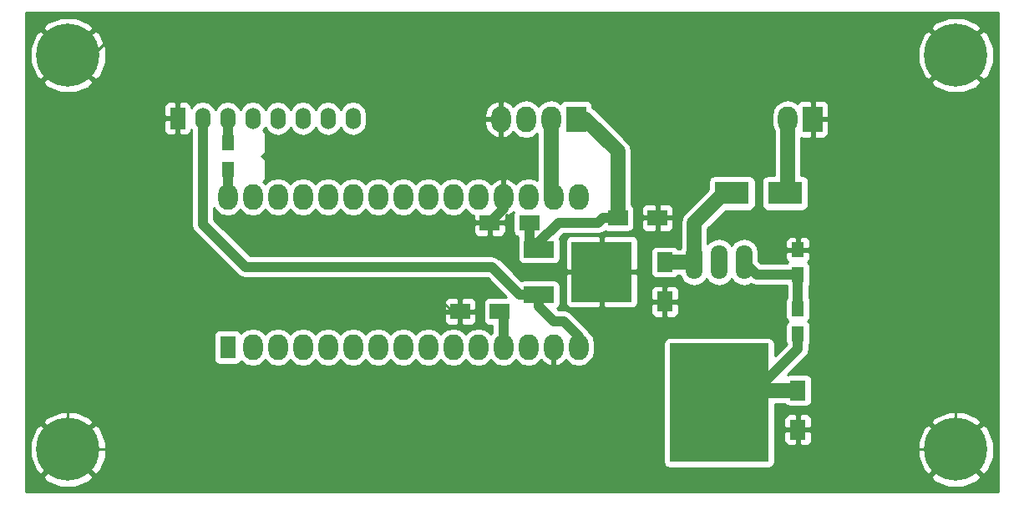
<source format=gbl>
G04 #@! TF.FileFunction,Copper,L2,Bot,Signal*
%FSLAX46Y46*%
G04 Gerber Fmt 4.6, Leading zero omitted, Abs format (unit mm)*
G04 Created by KiCad (PCBNEW 4.0.6) date 07/16/17 12:25:55*
%MOMM*%
%LPD*%
G01*
G04 APERTURE LIST*
%ADD10C,0.100000*%
%ADD11O,1.699260X3.500120*%
%ADD12R,10.000000X12.000000*%
%ADD13R,1.600000X2.000000*%
%ADD14R,2.000000X1.600000*%
%ADD15R,1.250000X1.500000*%
%ADD16R,3.048000X1.651000*%
%ADD17R,6.096000X6.096000*%
%ADD18R,1.574800X2.286000*%
%ADD19O,2.000000X2.600000*%
%ADD20R,3.500120X2.301240*%
%ADD21R,2.000000X2.600000*%
%ADD22C,6.400000*%
%ADD23O,1.524000X2.197100*%
%ADD24R,1.524000X2.197100*%
%ADD25R,1.300000X1.500000*%
%ADD26C,0.600000*%
%ADD27C,1.500000*%
%ADD28C,0.250000*%
%ADD29C,1.000000*%
%ADD30C,0.254000*%
G04 APERTURE END LIST*
D10*
D11*
X162000000Y-95000000D03*
X164540000Y-95000000D03*
X159460000Y-95000000D03*
D12*
X162000000Y-109264000D03*
D13*
X156500000Y-95000000D03*
X156500000Y-99000000D03*
X170000000Y-108000000D03*
X170000000Y-112000000D03*
D14*
X139750000Y-100000000D03*
X135750000Y-100000000D03*
X151750000Y-90500000D03*
X155750000Y-90500000D03*
X138750000Y-91000000D03*
X142750000Y-91000000D03*
D15*
X170000000Y-96250000D03*
X170000000Y-93750000D03*
X170000000Y-102250000D03*
X170000000Y-99750000D03*
D16*
X143750000Y-98286000D03*
D17*
X150100000Y-96000000D03*
D16*
X143750000Y-93714000D03*
D18*
X112200000Y-103620000D03*
D19*
X114740000Y-103620000D03*
X117280000Y-103620000D03*
X119820000Y-103620000D03*
X122360000Y-103620000D03*
X124900000Y-103620000D03*
X127440000Y-103620000D03*
X129980000Y-103620000D03*
X132520000Y-103620000D03*
X135060000Y-103620000D03*
X137600000Y-103620000D03*
X140140000Y-103620000D03*
X142680000Y-103620000D03*
X145220000Y-103620000D03*
X147760000Y-103620000D03*
X147760000Y-88380000D03*
X145220000Y-88380000D03*
X142680000Y-88380000D03*
X140140000Y-88380000D03*
X137600000Y-88380000D03*
X135060000Y-88380000D03*
X132520000Y-88380000D03*
X129980000Y-88380000D03*
X127440000Y-88380000D03*
X124900000Y-88380000D03*
X122360000Y-88380000D03*
X119820000Y-88380000D03*
X117280000Y-88380000D03*
X114740000Y-88380000D03*
X112200000Y-88380000D03*
D20*
X163299980Y-88000000D03*
X168700020Y-88000000D03*
D21*
X171500000Y-80500000D03*
D19*
X168960000Y-80500000D03*
D21*
X147500000Y-80500000D03*
D19*
X144960000Y-80500000D03*
X142420000Y-80500000D03*
X139880000Y-80500000D03*
D22*
X96000000Y-114000000D03*
X186000000Y-74000000D03*
X186000000Y-114000000D03*
X96000000Y-74000000D03*
D23*
X122350000Y-80423800D03*
X117270000Y-80423800D03*
X114730000Y-80423800D03*
X112190000Y-80423800D03*
X124890000Y-80423800D03*
X119810000Y-80423800D03*
D24*
X107110000Y-80423800D03*
D23*
X109650000Y-80423800D03*
D25*
X112250000Y-82900000D03*
X112250000Y-85600000D03*
D26*
X135000000Y-92500000D03*
X125000000Y-92500000D03*
X115000000Y-92500000D03*
X132500000Y-97500000D03*
X122500000Y-97500000D03*
X112500000Y-97500000D03*
X100000000Y-72500000D03*
X110000000Y-72500000D03*
X120000000Y-72500000D03*
X130000000Y-72500000D03*
X140000000Y-72500000D03*
X150000000Y-72500000D03*
X160000000Y-72500000D03*
X170000000Y-72500000D03*
X180000000Y-72500000D03*
X185000000Y-85000000D03*
X185000000Y-95000000D03*
X185000000Y-105000000D03*
X170000000Y-115000000D03*
X180000000Y-115000000D03*
X155000000Y-115000000D03*
X145000000Y-115000000D03*
X135000000Y-115000000D03*
X125000000Y-115000000D03*
X115000000Y-115000000D03*
X105000000Y-115000000D03*
X95000000Y-100000000D03*
X95000000Y-90000000D03*
X95000000Y-80000000D03*
D27*
X163299980Y-88000000D02*
X162500000Y-88000000D01*
X162500000Y-88000000D02*
X159460000Y-91040000D01*
X159460000Y-91040000D02*
X159460000Y-95000000D01*
X156500000Y-95000000D02*
X159460000Y-95000000D01*
D28*
X115000000Y-92500000D02*
X125000000Y-92500000D01*
X135750000Y-100000000D02*
X135000000Y-100000000D01*
X135000000Y-100000000D02*
X132500000Y-97500000D01*
X122500000Y-97500000D02*
X112500000Y-97500000D01*
X100000000Y-72500000D02*
X98500000Y-74000000D01*
X120000000Y-72500000D02*
X110000000Y-72500000D01*
X140000000Y-72500000D02*
X130000000Y-72500000D01*
X160000000Y-72500000D02*
X150000000Y-72500000D01*
X180000000Y-72500000D02*
X170000000Y-72500000D01*
X98500000Y-74000000D02*
X96000000Y-74000000D01*
X186000000Y-114000000D02*
X186000000Y-106000000D01*
X185000000Y-95000000D02*
X185000000Y-85000000D01*
X186000000Y-106000000D02*
X185000000Y-105000000D01*
X186000000Y-114000000D02*
X181000000Y-114000000D01*
X181000000Y-114000000D02*
X180000000Y-115000000D01*
X96000000Y-114000000D02*
X104000000Y-114000000D01*
X135000000Y-115000000D02*
X145000000Y-115000000D01*
X115000000Y-115000000D02*
X125000000Y-115000000D01*
X104000000Y-114000000D02*
X105000000Y-115000000D01*
X96000000Y-101000000D02*
X96000000Y-114000000D01*
X95000000Y-100000000D02*
X96000000Y-101000000D01*
X95000000Y-80000000D02*
X95000000Y-90000000D01*
D29*
X140140000Y-88380000D02*
X140140000Y-89610000D01*
X140140000Y-89610000D02*
X138750000Y-91000000D01*
X140140000Y-103620000D02*
X140140000Y-100390000D01*
X140140000Y-100390000D02*
X139750000Y-100000000D01*
X170000000Y-96250000D02*
X165790000Y-96250000D01*
X165790000Y-96250000D02*
X164540000Y-95000000D01*
X170000000Y-99750000D02*
X170000000Y-96250000D01*
X143750000Y-98286000D02*
X141786000Y-98286000D01*
X109650000Y-91150000D02*
X109650000Y-80423800D01*
X114000000Y-95500000D02*
X109650000Y-91150000D01*
X139000000Y-95500000D02*
X114000000Y-95500000D01*
X141786000Y-98286000D02*
X139000000Y-95500000D01*
D27*
X170000000Y-108000000D02*
X165764000Y-108000000D01*
X165764000Y-108000000D02*
X162000000Y-111764000D01*
D29*
X170000000Y-102250000D02*
X170000000Y-103764000D01*
X170000000Y-103764000D02*
X162000000Y-111764000D01*
X147760000Y-103620000D02*
X147760000Y-102510000D01*
X147760000Y-102510000D02*
X146250000Y-101000000D01*
X146250000Y-101000000D02*
X145250000Y-101000000D01*
X145250000Y-101000000D02*
X143750000Y-99500000D01*
X143750000Y-99500000D02*
X143750000Y-98286000D01*
D27*
X151750000Y-90500000D02*
X151750000Y-83750000D01*
X151750000Y-83750000D02*
X148500000Y-80500000D01*
X148500000Y-80500000D02*
X147500000Y-80500000D01*
D29*
X151750000Y-90500000D02*
X150250000Y-90500000D01*
X150250000Y-90500000D02*
X149750000Y-91000000D01*
X142750000Y-91000000D02*
X142750000Y-92714000D01*
X142750000Y-92714000D02*
X143750000Y-93714000D01*
X143750000Y-93714000D02*
X143750000Y-93000000D01*
X143750000Y-93000000D02*
X145750000Y-91000000D01*
X145750000Y-91000000D02*
X149750000Y-91000000D01*
D27*
X168960000Y-80500000D02*
X168960000Y-87740020D01*
X168960000Y-87740020D02*
X168700020Y-88000000D01*
X144960000Y-80500000D02*
X144960000Y-88120000D01*
X144960000Y-88120000D02*
X145220000Y-88380000D01*
D29*
X112190000Y-80423800D02*
X112190000Y-82840000D01*
X112190000Y-82840000D02*
X112250000Y-82900000D01*
X112250000Y-85600000D02*
X112250000Y-88330000D01*
D30*
G36*
X190290000Y-118290000D02*
X91710000Y-118290000D01*
X91710000Y-116740910D01*
X93438695Y-116740910D01*
X93805640Y-117236343D01*
X95211171Y-117829736D01*
X96736793Y-117840087D01*
X98150246Y-117265819D01*
X98194360Y-117236343D01*
X98561305Y-116740910D01*
X183438695Y-116740910D01*
X183805640Y-117236343D01*
X185211171Y-117829736D01*
X186736793Y-117840087D01*
X188150246Y-117265819D01*
X188194360Y-117236343D01*
X188561305Y-116740910D01*
X186000000Y-114179605D01*
X183438695Y-116740910D01*
X98561305Y-116740910D01*
X96000000Y-114179605D01*
X93438695Y-116740910D01*
X91710000Y-116740910D01*
X91710000Y-114736793D01*
X92159913Y-114736793D01*
X92734181Y-116150246D01*
X92763657Y-116194360D01*
X93259090Y-116561305D01*
X95820395Y-114000000D01*
X96179605Y-114000000D01*
X98740910Y-116561305D01*
X99236343Y-116194360D01*
X99829736Y-114788829D01*
X99840087Y-113263207D01*
X99265819Y-111849754D01*
X99236343Y-111805640D01*
X98740910Y-111438695D01*
X96179605Y-114000000D01*
X95820395Y-114000000D01*
X93259090Y-111438695D01*
X92763657Y-111805640D01*
X92170264Y-113211171D01*
X92159913Y-114736793D01*
X91710000Y-114736793D01*
X91710000Y-111259090D01*
X93438695Y-111259090D01*
X96000000Y-113820395D01*
X98561305Y-111259090D01*
X98194360Y-110763657D01*
X96788829Y-110170264D01*
X95263207Y-110159913D01*
X93849754Y-110734181D01*
X93805640Y-110763657D01*
X93438695Y-111259090D01*
X91710000Y-111259090D01*
X91710000Y-100285750D01*
X134115000Y-100285750D01*
X134115000Y-100926310D01*
X134211673Y-101159699D01*
X134390302Y-101338327D01*
X134623691Y-101435000D01*
X135464250Y-101435000D01*
X135623000Y-101276250D01*
X135623000Y-100127000D01*
X135877000Y-100127000D01*
X135877000Y-101276250D01*
X136035750Y-101435000D01*
X136876309Y-101435000D01*
X137109698Y-101338327D01*
X137288327Y-101159699D01*
X137385000Y-100926310D01*
X137385000Y-100285750D01*
X137226250Y-100127000D01*
X135877000Y-100127000D01*
X135623000Y-100127000D01*
X134273750Y-100127000D01*
X134115000Y-100285750D01*
X91710000Y-100285750D01*
X91710000Y-99073690D01*
X134115000Y-99073690D01*
X134115000Y-99714250D01*
X134273750Y-99873000D01*
X135623000Y-99873000D01*
X135623000Y-98723750D01*
X135877000Y-98723750D01*
X135877000Y-99873000D01*
X137226250Y-99873000D01*
X137385000Y-99714250D01*
X137385000Y-99073690D01*
X137288327Y-98840301D01*
X137109698Y-98661673D01*
X136876309Y-98565000D01*
X136035750Y-98565000D01*
X135877000Y-98723750D01*
X135623000Y-98723750D01*
X135464250Y-98565000D01*
X134623691Y-98565000D01*
X134390302Y-98661673D01*
X134211673Y-98840301D01*
X134115000Y-99073690D01*
X91710000Y-99073690D01*
X91710000Y-80709550D01*
X105713000Y-80709550D01*
X105713000Y-81648660D01*
X105809673Y-81882049D01*
X105988302Y-82060677D01*
X106221691Y-82157350D01*
X106824250Y-82157350D01*
X106983000Y-81998600D01*
X106983000Y-80550800D01*
X105871750Y-80550800D01*
X105713000Y-80709550D01*
X91710000Y-80709550D01*
X91710000Y-79198940D01*
X105713000Y-79198940D01*
X105713000Y-80138050D01*
X105871750Y-80296800D01*
X106983000Y-80296800D01*
X106983000Y-78849000D01*
X107237000Y-78849000D01*
X107237000Y-80296800D01*
X107257000Y-80296800D01*
X107257000Y-80550800D01*
X107237000Y-80550800D01*
X107237000Y-81998600D01*
X107395750Y-82157350D01*
X107998309Y-82157350D01*
X108231698Y-82060677D01*
X108410327Y-81882049D01*
X108507000Y-81648660D01*
X108507000Y-81549909D01*
X108515000Y-81561882D01*
X108515000Y-91150000D01*
X108601397Y-91584346D01*
X108829890Y-91926310D01*
X108847434Y-91952566D01*
X113197434Y-96302566D01*
X113565654Y-96548603D01*
X114000000Y-96635000D01*
X138529868Y-96635000D01*
X140447428Y-98552560D01*
X138750000Y-98552560D01*
X138514683Y-98596838D01*
X138298559Y-98735910D01*
X138153569Y-98948110D01*
X138102560Y-99200000D01*
X138102560Y-100800000D01*
X138146838Y-101035317D01*
X138285910Y-101251441D01*
X138498110Y-101396431D01*
X138750000Y-101447440D01*
X139005000Y-101447440D01*
X139005000Y-102111859D01*
X138983880Y-102125971D01*
X138870000Y-102296405D01*
X138756120Y-102125971D01*
X138225687Y-101771548D01*
X137600000Y-101647091D01*
X136974313Y-101771548D01*
X136443880Y-102125971D01*
X136330000Y-102296405D01*
X136216120Y-102125971D01*
X135685687Y-101771548D01*
X135060000Y-101647091D01*
X134434313Y-101771548D01*
X133903880Y-102125971D01*
X133790000Y-102296405D01*
X133676120Y-102125971D01*
X133145687Y-101771548D01*
X132520000Y-101647091D01*
X131894313Y-101771548D01*
X131363880Y-102125971D01*
X131250000Y-102296405D01*
X131136120Y-102125971D01*
X130605687Y-101771548D01*
X129980000Y-101647091D01*
X129354313Y-101771548D01*
X128823880Y-102125971D01*
X128710000Y-102296405D01*
X128596120Y-102125971D01*
X128065687Y-101771548D01*
X127440000Y-101647091D01*
X126814313Y-101771548D01*
X126283880Y-102125971D01*
X126170000Y-102296405D01*
X126056120Y-102125971D01*
X125525687Y-101771548D01*
X124900000Y-101647091D01*
X124274313Y-101771548D01*
X123743880Y-102125971D01*
X123630000Y-102296405D01*
X123516120Y-102125971D01*
X122985687Y-101771548D01*
X122360000Y-101647091D01*
X121734313Y-101771548D01*
X121203880Y-102125971D01*
X121090000Y-102296405D01*
X120976120Y-102125971D01*
X120445687Y-101771548D01*
X119820000Y-101647091D01*
X119194313Y-101771548D01*
X118663880Y-102125971D01*
X118550000Y-102296405D01*
X118436120Y-102125971D01*
X117905687Y-101771548D01*
X117280000Y-101647091D01*
X116654313Y-101771548D01*
X116123880Y-102125971D01*
X116010000Y-102296405D01*
X115896120Y-102125971D01*
X115365687Y-101771548D01*
X114740000Y-101647091D01*
X114114313Y-101771548D01*
X113583880Y-102125971D01*
X113549354Y-102177643D01*
X113451490Y-102025559D01*
X113239290Y-101880569D01*
X112987400Y-101829560D01*
X111412600Y-101829560D01*
X111177283Y-101873838D01*
X110961159Y-102012910D01*
X110816169Y-102225110D01*
X110765160Y-102477000D01*
X110765160Y-104763000D01*
X110809438Y-104998317D01*
X110948510Y-105214441D01*
X111160710Y-105359431D01*
X111412600Y-105410440D01*
X112987400Y-105410440D01*
X113222717Y-105366162D01*
X113438841Y-105227090D01*
X113550365Y-105063870D01*
X113583880Y-105114029D01*
X114114313Y-105468452D01*
X114740000Y-105592909D01*
X115365687Y-105468452D01*
X115896120Y-105114029D01*
X116010000Y-104943595D01*
X116123880Y-105114029D01*
X116654313Y-105468452D01*
X117280000Y-105592909D01*
X117905687Y-105468452D01*
X118436120Y-105114029D01*
X118550000Y-104943595D01*
X118663880Y-105114029D01*
X119194313Y-105468452D01*
X119820000Y-105592909D01*
X120445687Y-105468452D01*
X120976120Y-105114029D01*
X121090000Y-104943595D01*
X121203880Y-105114029D01*
X121734313Y-105468452D01*
X122360000Y-105592909D01*
X122985687Y-105468452D01*
X123516120Y-105114029D01*
X123630000Y-104943595D01*
X123743880Y-105114029D01*
X124274313Y-105468452D01*
X124900000Y-105592909D01*
X125525687Y-105468452D01*
X126056120Y-105114029D01*
X126170000Y-104943595D01*
X126283880Y-105114029D01*
X126814313Y-105468452D01*
X127440000Y-105592909D01*
X128065687Y-105468452D01*
X128596120Y-105114029D01*
X128710000Y-104943595D01*
X128823880Y-105114029D01*
X129354313Y-105468452D01*
X129980000Y-105592909D01*
X130605687Y-105468452D01*
X131136120Y-105114029D01*
X131250000Y-104943595D01*
X131363880Y-105114029D01*
X131894313Y-105468452D01*
X132520000Y-105592909D01*
X133145687Y-105468452D01*
X133676120Y-105114029D01*
X133790000Y-104943595D01*
X133903880Y-105114029D01*
X134434313Y-105468452D01*
X135060000Y-105592909D01*
X135685687Y-105468452D01*
X136216120Y-105114029D01*
X136330000Y-104943595D01*
X136443880Y-105114029D01*
X136974313Y-105468452D01*
X137600000Y-105592909D01*
X138225687Y-105468452D01*
X138756120Y-105114029D01*
X138870000Y-104943595D01*
X138983880Y-105114029D01*
X139514313Y-105468452D01*
X140140000Y-105592909D01*
X140765687Y-105468452D01*
X141296120Y-105114029D01*
X141410000Y-104943595D01*
X141523880Y-105114029D01*
X142054313Y-105468452D01*
X142680000Y-105592909D01*
X143305687Y-105468452D01*
X143836120Y-105114029D01*
X143963219Y-104923812D01*
X144153683Y-105165922D01*
X144711645Y-105479144D01*
X144839566Y-105510124D01*
X145093000Y-105390777D01*
X145093000Y-103747000D01*
X145073000Y-103747000D01*
X145073000Y-103493000D01*
X145093000Y-103493000D01*
X145093000Y-103473000D01*
X145347000Y-103473000D01*
X145347000Y-103493000D01*
X145367000Y-103493000D01*
X145367000Y-103747000D01*
X145347000Y-103747000D01*
X145347000Y-105390777D01*
X145600434Y-105510124D01*
X145728355Y-105479144D01*
X146286317Y-105165922D01*
X146476781Y-104923812D01*
X146603880Y-105114029D01*
X147134313Y-105468452D01*
X147760000Y-105592909D01*
X148385687Y-105468452D01*
X148916120Y-105114029D01*
X149270543Y-104583596D01*
X149395000Y-103957909D01*
X149395000Y-103282091D01*
X149270543Y-102656404D01*
X148916120Y-102125971D01*
X148782622Y-102036771D01*
X148766679Y-102012910D01*
X148562566Y-101707433D01*
X147052566Y-100197434D01*
X146757085Y-100000000D01*
X146684346Y-99951397D01*
X146250000Y-99865000D01*
X145720132Y-99865000D01*
X145546115Y-99690983D01*
X145725441Y-99575590D01*
X145870431Y-99363390D01*
X145921440Y-99111500D01*
X145921440Y-97460500D01*
X145877162Y-97225183D01*
X145738090Y-97009059D01*
X145525890Y-96864069D01*
X145274000Y-96813060D01*
X142226000Y-96813060D01*
X141990683Y-96857338D01*
X141973516Y-96868384D01*
X141390882Y-96285750D01*
X146417000Y-96285750D01*
X146417000Y-99174309D01*
X146513673Y-99407698D01*
X146692301Y-99586327D01*
X146925690Y-99683000D01*
X149814250Y-99683000D01*
X149973000Y-99524250D01*
X149973000Y-96127000D01*
X150227000Y-96127000D01*
X150227000Y-99524250D01*
X150385750Y-99683000D01*
X153274310Y-99683000D01*
X153507699Y-99586327D01*
X153686327Y-99407698D01*
X153736839Y-99285750D01*
X155065000Y-99285750D01*
X155065000Y-100126309D01*
X155161673Y-100359698D01*
X155340301Y-100538327D01*
X155573690Y-100635000D01*
X156214250Y-100635000D01*
X156373000Y-100476250D01*
X156373000Y-99127000D01*
X156627000Y-99127000D01*
X156627000Y-100476250D01*
X156785750Y-100635000D01*
X157426310Y-100635000D01*
X157659699Y-100538327D01*
X157838327Y-100359698D01*
X157935000Y-100126309D01*
X157935000Y-99285750D01*
X157776250Y-99127000D01*
X156627000Y-99127000D01*
X156373000Y-99127000D01*
X155223750Y-99127000D01*
X155065000Y-99285750D01*
X153736839Y-99285750D01*
X153783000Y-99174309D01*
X153783000Y-97873691D01*
X155065000Y-97873691D01*
X155065000Y-98714250D01*
X155223750Y-98873000D01*
X156373000Y-98873000D01*
X156373000Y-97523750D01*
X156627000Y-97523750D01*
X156627000Y-98873000D01*
X157776250Y-98873000D01*
X157935000Y-98714250D01*
X157935000Y-97873691D01*
X157838327Y-97640302D01*
X157659699Y-97461673D01*
X157426310Y-97365000D01*
X156785750Y-97365000D01*
X156627000Y-97523750D01*
X156373000Y-97523750D01*
X156214250Y-97365000D01*
X155573690Y-97365000D01*
X155340301Y-97461673D01*
X155161673Y-97640302D01*
X155065000Y-97873691D01*
X153783000Y-97873691D01*
X153783000Y-96285750D01*
X153624250Y-96127000D01*
X150227000Y-96127000D01*
X149973000Y-96127000D01*
X146575750Y-96127000D01*
X146417000Y-96285750D01*
X141390882Y-96285750D01*
X139802566Y-94697434D01*
X139696120Y-94626309D01*
X139434346Y-94451397D01*
X139000000Y-94365000D01*
X114470132Y-94365000D01*
X111390882Y-91285750D01*
X137115000Y-91285750D01*
X137115000Y-91926310D01*
X137211673Y-92159699D01*
X137390302Y-92338327D01*
X137623691Y-92435000D01*
X138464250Y-92435000D01*
X138623000Y-92276250D01*
X138623000Y-91127000D01*
X138877000Y-91127000D01*
X138877000Y-92276250D01*
X139035750Y-92435000D01*
X139876309Y-92435000D01*
X140109698Y-92338327D01*
X140288327Y-92159699D01*
X140385000Y-91926310D01*
X140385000Y-91285750D01*
X140226250Y-91127000D01*
X138877000Y-91127000D01*
X138623000Y-91127000D01*
X137273750Y-91127000D01*
X137115000Y-91285750D01*
X111390882Y-91285750D01*
X110785000Y-90679868D01*
X110785000Y-89486587D01*
X111043880Y-89874029D01*
X111574313Y-90228452D01*
X112200000Y-90352909D01*
X112825687Y-90228452D01*
X113356120Y-89874029D01*
X113470000Y-89703595D01*
X113583880Y-89874029D01*
X114114313Y-90228452D01*
X114740000Y-90352909D01*
X115365687Y-90228452D01*
X115896120Y-89874029D01*
X116010000Y-89703595D01*
X116123880Y-89874029D01*
X116654313Y-90228452D01*
X117280000Y-90352909D01*
X117905687Y-90228452D01*
X118436120Y-89874029D01*
X118550000Y-89703595D01*
X118663880Y-89874029D01*
X119194313Y-90228452D01*
X119820000Y-90352909D01*
X120445687Y-90228452D01*
X120976120Y-89874029D01*
X121090000Y-89703595D01*
X121203880Y-89874029D01*
X121734313Y-90228452D01*
X122360000Y-90352909D01*
X122985687Y-90228452D01*
X123516120Y-89874029D01*
X123630000Y-89703595D01*
X123743880Y-89874029D01*
X124274313Y-90228452D01*
X124900000Y-90352909D01*
X125525687Y-90228452D01*
X126056120Y-89874029D01*
X126170000Y-89703595D01*
X126283880Y-89874029D01*
X126814313Y-90228452D01*
X127440000Y-90352909D01*
X128065687Y-90228452D01*
X128596120Y-89874029D01*
X128710000Y-89703595D01*
X128823880Y-89874029D01*
X129354313Y-90228452D01*
X129980000Y-90352909D01*
X130605687Y-90228452D01*
X131136120Y-89874029D01*
X131250000Y-89703595D01*
X131363880Y-89874029D01*
X131894313Y-90228452D01*
X132520000Y-90352909D01*
X133145687Y-90228452D01*
X133676120Y-89874029D01*
X133790000Y-89703595D01*
X133903880Y-89874029D01*
X134434313Y-90228452D01*
X135060000Y-90352909D01*
X135685687Y-90228452D01*
X136216120Y-89874029D01*
X136330000Y-89703595D01*
X136443880Y-89874029D01*
X136974313Y-90228452D01*
X137115000Y-90256436D01*
X137115000Y-90714250D01*
X137273750Y-90873000D01*
X138623000Y-90873000D01*
X138623000Y-90853000D01*
X138877000Y-90853000D01*
X138877000Y-90873000D01*
X140226250Y-90873000D01*
X140385000Y-90714250D01*
X140385000Y-90206345D01*
X140520434Y-90270124D01*
X140648355Y-90239144D01*
X141151873Y-89956485D01*
X141102560Y-90200000D01*
X141102560Y-91800000D01*
X141146838Y-92035317D01*
X141285910Y-92251441D01*
X141498110Y-92396431D01*
X141615000Y-92420102D01*
X141615000Y-92708554D01*
X141578560Y-92888500D01*
X141578560Y-94539500D01*
X141622838Y-94774817D01*
X141761910Y-94990941D01*
X141974110Y-95135931D01*
X142226000Y-95186940D01*
X145274000Y-95186940D01*
X145509317Y-95142662D01*
X145725441Y-95003590D01*
X145870431Y-94791390D01*
X145921440Y-94539500D01*
X145921440Y-92888500D01*
X145909622Y-92825691D01*
X146417000Y-92825691D01*
X146417000Y-95714250D01*
X146575750Y-95873000D01*
X149973000Y-95873000D01*
X149973000Y-92475750D01*
X150227000Y-92475750D01*
X150227000Y-95873000D01*
X153624250Y-95873000D01*
X153783000Y-95714250D01*
X153783000Y-94000000D01*
X155052560Y-94000000D01*
X155052560Y-96000000D01*
X155096838Y-96235317D01*
X155235910Y-96451441D01*
X155448110Y-96596431D01*
X155700000Y-96647440D01*
X157300000Y-96647440D01*
X157535317Y-96603162D01*
X157751441Y-96464090D01*
X157805481Y-96385000D01*
X158062463Y-96385000D01*
X158088381Y-96515299D01*
X158410208Y-96996948D01*
X158891857Y-97318775D01*
X159460000Y-97431786D01*
X160028143Y-97318775D01*
X160509792Y-96996948D01*
X160730000Y-96667383D01*
X160950208Y-96996948D01*
X161431857Y-97318775D01*
X162000000Y-97431786D01*
X162568143Y-97318775D01*
X163049792Y-96996948D01*
X163270000Y-96667383D01*
X163490208Y-96996948D01*
X163971857Y-97318775D01*
X164540000Y-97431786D01*
X165108143Y-97318775D01*
X165246993Y-97225998D01*
X165355654Y-97298603D01*
X165790000Y-97385000D01*
X168865000Y-97385000D01*
X168865000Y-98621614D01*
X168778569Y-98748110D01*
X168727560Y-99000000D01*
X168727560Y-100500000D01*
X168771838Y-100735317D01*
X168910910Y-100951441D01*
X168980711Y-100999134D01*
X168923559Y-101035910D01*
X168778569Y-101248110D01*
X168727560Y-101500000D01*
X168727560Y-103000000D01*
X168771838Y-103235317D01*
X168831239Y-103327628D01*
X167647440Y-104511427D01*
X167647440Y-103264000D01*
X167603162Y-103028683D01*
X167464090Y-102812559D01*
X167251890Y-102667569D01*
X167000000Y-102616560D01*
X157000000Y-102616560D01*
X156764683Y-102660838D01*
X156548559Y-102799910D01*
X156403569Y-103012110D01*
X156352560Y-103264000D01*
X156352560Y-115264000D01*
X156396838Y-115499317D01*
X156535910Y-115715441D01*
X156748110Y-115860431D01*
X157000000Y-115911440D01*
X167000000Y-115911440D01*
X167235317Y-115867162D01*
X167451441Y-115728090D01*
X167596431Y-115515890D01*
X167647440Y-115264000D01*
X167647440Y-114736793D01*
X182159913Y-114736793D01*
X182734181Y-116150246D01*
X182763657Y-116194360D01*
X183259090Y-116561305D01*
X185820395Y-114000000D01*
X186179605Y-114000000D01*
X188740910Y-116561305D01*
X189236343Y-116194360D01*
X189829736Y-114788829D01*
X189840087Y-113263207D01*
X189265819Y-111849754D01*
X189236343Y-111805640D01*
X188740910Y-111438695D01*
X186179605Y-114000000D01*
X185820395Y-114000000D01*
X183259090Y-111438695D01*
X182763657Y-111805640D01*
X182170264Y-113211171D01*
X182159913Y-114736793D01*
X167647440Y-114736793D01*
X167647440Y-112285750D01*
X168565000Y-112285750D01*
X168565000Y-113126309D01*
X168661673Y-113359698D01*
X168840301Y-113538327D01*
X169073690Y-113635000D01*
X169714250Y-113635000D01*
X169873000Y-113476250D01*
X169873000Y-112127000D01*
X170127000Y-112127000D01*
X170127000Y-113476250D01*
X170285750Y-113635000D01*
X170926310Y-113635000D01*
X171159699Y-113538327D01*
X171338327Y-113359698D01*
X171435000Y-113126309D01*
X171435000Y-112285750D01*
X171276250Y-112127000D01*
X170127000Y-112127000D01*
X169873000Y-112127000D01*
X168723750Y-112127000D01*
X168565000Y-112285750D01*
X167647440Y-112285750D01*
X167647440Y-110873691D01*
X168565000Y-110873691D01*
X168565000Y-111714250D01*
X168723750Y-111873000D01*
X169873000Y-111873000D01*
X169873000Y-110523750D01*
X170127000Y-110523750D01*
X170127000Y-111873000D01*
X171276250Y-111873000D01*
X171435000Y-111714250D01*
X171435000Y-111259090D01*
X183438695Y-111259090D01*
X186000000Y-113820395D01*
X188561305Y-111259090D01*
X188194360Y-110763657D01*
X186788829Y-110170264D01*
X185263207Y-110159913D01*
X183849754Y-110734181D01*
X183805640Y-110763657D01*
X183438695Y-111259090D01*
X171435000Y-111259090D01*
X171435000Y-110873691D01*
X171338327Y-110640302D01*
X171159699Y-110461673D01*
X170926310Y-110365000D01*
X170285750Y-110365000D01*
X170127000Y-110523750D01*
X169873000Y-110523750D01*
X169714250Y-110365000D01*
X169073690Y-110365000D01*
X168840301Y-110461673D01*
X168661673Y-110640302D01*
X168565000Y-110873691D01*
X167647440Y-110873691D01*
X167647440Y-109385000D01*
X168693156Y-109385000D01*
X168735910Y-109451441D01*
X168948110Y-109596431D01*
X169200000Y-109647440D01*
X170800000Y-109647440D01*
X171035317Y-109603162D01*
X171251441Y-109464090D01*
X171396431Y-109251890D01*
X171447440Y-109000000D01*
X171447440Y-107000000D01*
X171403162Y-106764683D01*
X171264090Y-106548559D01*
X171051890Y-106403569D01*
X170800000Y-106352560D01*
X169200000Y-106352560D01*
X168974059Y-106395074D01*
X170802566Y-104566567D01*
X171048603Y-104198346D01*
X171077246Y-104054346D01*
X171135000Y-103764000D01*
X171135000Y-103378386D01*
X171221431Y-103251890D01*
X171272440Y-103000000D01*
X171272440Y-101500000D01*
X171228162Y-101264683D01*
X171089090Y-101048559D01*
X171019289Y-101000866D01*
X171076441Y-100964090D01*
X171221431Y-100751890D01*
X171272440Y-100500000D01*
X171272440Y-99000000D01*
X171228162Y-98764683D01*
X171135000Y-98619905D01*
X171135000Y-97378386D01*
X171221431Y-97251890D01*
X171272440Y-97000000D01*
X171272440Y-95500000D01*
X171228162Y-95264683D01*
X171089090Y-95048559D01*
X171020994Y-95002031D01*
X171163327Y-94859698D01*
X171260000Y-94626309D01*
X171260000Y-94035750D01*
X171101250Y-93877000D01*
X170127000Y-93877000D01*
X170127000Y-93897000D01*
X169873000Y-93897000D01*
X169873000Y-93877000D01*
X168898750Y-93877000D01*
X168740000Y-94035750D01*
X168740000Y-94626309D01*
X168836673Y-94859698D01*
X168977910Y-95000936D01*
X168923559Y-95035910D01*
X168869519Y-95115000D01*
X166260132Y-95115000D01*
X166024630Y-94879498D01*
X166024630Y-94052844D01*
X165911619Y-93484701D01*
X165589792Y-93003052D01*
X165396190Y-92873691D01*
X168740000Y-92873691D01*
X168740000Y-93464250D01*
X168898750Y-93623000D01*
X169873000Y-93623000D01*
X169873000Y-92523750D01*
X170127000Y-92523750D01*
X170127000Y-93623000D01*
X171101250Y-93623000D01*
X171260000Y-93464250D01*
X171260000Y-92873691D01*
X171163327Y-92640302D01*
X170984699Y-92461673D01*
X170751310Y-92365000D01*
X170285750Y-92365000D01*
X170127000Y-92523750D01*
X169873000Y-92523750D01*
X169714250Y-92365000D01*
X169248690Y-92365000D01*
X169015301Y-92461673D01*
X168836673Y-92640302D01*
X168740000Y-92873691D01*
X165396190Y-92873691D01*
X165108143Y-92681225D01*
X164540000Y-92568214D01*
X163971857Y-92681225D01*
X163490208Y-93003052D01*
X163270000Y-93332617D01*
X163049792Y-93003052D01*
X162568143Y-92681225D01*
X162000000Y-92568214D01*
X161431857Y-92681225D01*
X160950208Y-93003052D01*
X160845000Y-93160507D01*
X160845000Y-91613686D01*
X162660626Y-89798060D01*
X165050040Y-89798060D01*
X165285357Y-89753782D01*
X165501481Y-89614710D01*
X165646471Y-89402510D01*
X165697480Y-89150620D01*
X165697480Y-86849380D01*
X166302520Y-86849380D01*
X166302520Y-89150620D01*
X166346798Y-89385937D01*
X166485870Y-89602061D01*
X166698070Y-89747051D01*
X166949960Y-89798060D01*
X170450080Y-89798060D01*
X170685397Y-89753782D01*
X170901521Y-89614710D01*
X171046511Y-89402510D01*
X171097520Y-89150620D01*
X171097520Y-86849380D01*
X171053242Y-86614063D01*
X170914170Y-86397939D01*
X170701970Y-86252949D01*
X170450080Y-86201940D01*
X170345000Y-86201940D01*
X170345000Y-82423116D01*
X170373691Y-82435000D01*
X171214250Y-82435000D01*
X171373000Y-82276250D01*
X171373000Y-80627000D01*
X171627000Y-80627000D01*
X171627000Y-82276250D01*
X171785750Y-82435000D01*
X172626309Y-82435000D01*
X172859698Y-82338327D01*
X173038327Y-82159699D01*
X173135000Y-81926310D01*
X173135000Y-80785750D01*
X172976250Y-80627000D01*
X171627000Y-80627000D01*
X171373000Y-80627000D01*
X171353000Y-80627000D01*
X171353000Y-80373000D01*
X171373000Y-80373000D01*
X171373000Y-78723750D01*
X171627000Y-78723750D01*
X171627000Y-80373000D01*
X172976250Y-80373000D01*
X173135000Y-80214250D01*
X173135000Y-79073690D01*
X173038327Y-78840301D01*
X172859698Y-78661673D01*
X172626309Y-78565000D01*
X171785750Y-78565000D01*
X171627000Y-78723750D01*
X171373000Y-78723750D01*
X171214250Y-78565000D01*
X170373691Y-78565000D01*
X170140302Y-78661673D01*
X169961673Y-78840301D01*
X169941406Y-78889231D01*
X169585687Y-78651548D01*
X168960000Y-78527091D01*
X168334313Y-78651548D01*
X167803880Y-79005971D01*
X167449457Y-79536404D01*
X167325000Y-80162091D01*
X167325000Y-80837909D01*
X167449457Y-81463596D01*
X167575000Y-81651485D01*
X167575000Y-86201940D01*
X166949960Y-86201940D01*
X166714643Y-86246218D01*
X166498519Y-86385290D01*
X166353529Y-86597490D01*
X166302520Y-86849380D01*
X165697480Y-86849380D01*
X165653202Y-86614063D01*
X165514130Y-86397939D01*
X165301930Y-86252949D01*
X165050040Y-86201940D01*
X161549920Y-86201940D01*
X161314603Y-86246218D01*
X161098479Y-86385290D01*
X160953489Y-86597490D01*
X160902480Y-86849380D01*
X160902480Y-87638834D01*
X158480657Y-90060657D01*
X158180427Y-90509983D01*
X158075000Y-91040000D01*
X158075000Y-93551972D01*
X158062463Y-93615000D01*
X157806844Y-93615000D01*
X157764090Y-93548559D01*
X157551890Y-93403569D01*
X157300000Y-93352560D01*
X155700000Y-93352560D01*
X155464683Y-93396838D01*
X155248559Y-93535910D01*
X155103569Y-93748110D01*
X155052560Y-94000000D01*
X153783000Y-94000000D01*
X153783000Y-92825691D01*
X153686327Y-92592302D01*
X153507699Y-92413673D01*
X153274310Y-92317000D01*
X150385750Y-92317000D01*
X150227000Y-92475750D01*
X149973000Y-92475750D01*
X149814250Y-92317000D01*
X146925690Y-92317000D01*
X146692301Y-92413673D01*
X146513673Y-92592302D01*
X146417000Y-92825691D01*
X145909622Y-92825691D01*
X145877162Y-92653183D01*
X145808560Y-92546572D01*
X146220132Y-92135000D01*
X149750000Y-92135000D01*
X150184346Y-92048603D01*
X150455579Y-91867371D01*
X150498110Y-91896431D01*
X150750000Y-91947440D01*
X152750000Y-91947440D01*
X152985317Y-91903162D01*
X153201441Y-91764090D01*
X153346431Y-91551890D01*
X153397440Y-91300000D01*
X153397440Y-90785750D01*
X154115000Y-90785750D01*
X154115000Y-91426310D01*
X154211673Y-91659699D01*
X154390302Y-91838327D01*
X154623691Y-91935000D01*
X155464250Y-91935000D01*
X155623000Y-91776250D01*
X155623000Y-90627000D01*
X155877000Y-90627000D01*
X155877000Y-91776250D01*
X156035750Y-91935000D01*
X156876309Y-91935000D01*
X157109698Y-91838327D01*
X157288327Y-91659699D01*
X157385000Y-91426310D01*
X157385000Y-90785750D01*
X157226250Y-90627000D01*
X155877000Y-90627000D01*
X155623000Y-90627000D01*
X154273750Y-90627000D01*
X154115000Y-90785750D01*
X153397440Y-90785750D01*
X153397440Y-89700000D01*
X153373674Y-89573690D01*
X154115000Y-89573690D01*
X154115000Y-90214250D01*
X154273750Y-90373000D01*
X155623000Y-90373000D01*
X155623000Y-89223750D01*
X155877000Y-89223750D01*
X155877000Y-90373000D01*
X157226250Y-90373000D01*
X157385000Y-90214250D01*
X157385000Y-89573690D01*
X157288327Y-89340301D01*
X157109698Y-89161673D01*
X156876309Y-89065000D01*
X156035750Y-89065000D01*
X155877000Y-89223750D01*
X155623000Y-89223750D01*
X155464250Y-89065000D01*
X154623691Y-89065000D01*
X154390302Y-89161673D01*
X154211673Y-89340301D01*
X154115000Y-89573690D01*
X153373674Y-89573690D01*
X153353162Y-89464683D01*
X153214090Y-89248559D01*
X153135000Y-89194519D01*
X153135000Y-83750000D01*
X153029573Y-83219983D01*
X152729343Y-82770657D01*
X149479343Y-79520657D01*
X149476383Y-79518679D01*
X149147440Y-79298887D01*
X149147440Y-79200000D01*
X149103162Y-78964683D01*
X148964090Y-78748559D01*
X148751890Y-78603569D01*
X148500000Y-78552560D01*
X146500000Y-78552560D01*
X146264683Y-78596838D01*
X146048559Y-78735910D01*
X145943049Y-78890329D01*
X145585687Y-78651548D01*
X144960000Y-78527091D01*
X144334313Y-78651548D01*
X143803880Y-79005971D01*
X143690000Y-79176405D01*
X143576120Y-79005971D01*
X143045687Y-78651548D01*
X142420000Y-78527091D01*
X141794313Y-78651548D01*
X141263880Y-79005971D01*
X141136781Y-79196188D01*
X140946317Y-78954078D01*
X140388355Y-78640856D01*
X140260434Y-78609876D01*
X140007000Y-78729223D01*
X140007000Y-80373000D01*
X140027000Y-80373000D01*
X140027000Y-80627000D01*
X140007000Y-80627000D01*
X140007000Y-82270777D01*
X140260434Y-82390124D01*
X140388355Y-82359144D01*
X140946317Y-82045922D01*
X141136781Y-81803812D01*
X141263880Y-81994029D01*
X141794313Y-82348452D01*
X142420000Y-82472909D01*
X143045687Y-82348452D01*
X143575000Y-81994777D01*
X143575000Y-86711497D01*
X143305687Y-86531548D01*
X142680000Y-86407091D01*
X142054313Y-86531548D01*
X141523880Y-86885971D01*
X141396781Y-87076188D01*
X141206317Y-86834078D01*
X140648355Y-86520856D01*
X140520434Y-86489876D01*
X140267000Y-86609223D01*
X140267000Y-88253000D01*
X140287000Y-88253000D01*
X140287000Y-88507000D01*
X140267000Y-88507000D01*
X140267000Y-88527000D01*
X140013000Y-88527000D01*
X140013000Y-88507000D01*
X139993000Y-88507000D01*
X139993000Y-88253000D01*
X140013000Y-88253000D01*
X140013000Y-86609223D01*
X139759566Y-86489876D01*
X139631645Y-86520856D01*
X139073683Y-86834078D01*
X138883219Y-87076188D01*
X138756120Y-86885971D01*
X138225687Y-86531548D01*
X137600000Y-86407091D01*
X136974313Y-86531548D01*
X136443880Y-86885971D01*
X136330000Y-87056405D01*
X136216120Y-86885971D01*
X135685687Y-86531548D01*
X135060000Y-86407091D01*
X134434313Y-86531548D01*
X133903880Y-86885971D01*
X133790000Y-87056405D01*
X133676120Y-86885971D01*
X133145687Y-86531548D01*
X132520000Y-86407091D01*
X131894313Y-86531548D01*
X131363880Y-86885971D01*
X131250000Y-87056405D01*
X131136120Y-86885971D01*
X130605687Y-86531548D01*
X129980000Y-86407091D01*
X129354313Y-86531548D01*
X128823880Y-86885971D01*
X128710000Y-87056405D01*
X128596120Y-86885971D01*
X128065687Y-86531548D01*
X127440000Y-86407091D01*
X126814313Y-86531548D01*
X126283880Y-86885971D01*
X126170000Y-87056405D01*
X126056120Y-86885971D01*
X125525687Y-86531548D01*
X124900000Y-86407091D01*
X124274313Y-86531548D01*
X123743880Y-86885971D01*
X123630000Y-87056405D01*
X123516120Y-86885971D01*
X122985687Y-86531548D01*
X122360000Y-86407091D01*
X121734313Y-86531548D01*
X121203880Y-86885971D01*
X121090000Y-87056405D01*
X120976120Y-86885971D01*
X120445687Y-86531548D01*
X119820000Y-86407091D01*
X119194313Y-86531548D01*
X118663880Y-86885971D01*
X118550000Y-87056405D01*
X118436120Y-86885971D01*
X117905687Y-86531548D01*
X117280000Y-86407091D01*
X116654313Y-86531548D01*
X116123880Y-86885971D01*
X116010000Y-87056405D01*
X115896120Y-86885971D01*
X115819399Y-86834708D01*
X115851441Y-86814090D01*
X115996431Y-86601890D01*
X116047440Y-86350000D01*
X116047440Y-84850000D01*
X116003162Y-84614683D01*
X115864090Y-84398559D01*
X115651890Y-84253569D01*
X115638803Y-84250919D01*
X115851441Y-84114090D01*
X115996431Y-83901890D01*
X116047440Y-83650000D01*
X116047440Y-82150000D01*
X116003162Y-81914683D01*
X115864090Y-81698559D01*
X115802015Y-81656145D01*
X116000000Y-81359841D01*
X116282172Y-81782140D01*
X116735391Y-82084972D01*
X117270000Y-82191312D01*
X117804609Y-82084972D01*
X118257828Y-81782140D01*
X118540000Y-81359841D01*
X118822172Y-81782140D01*
X119275391Y-82084972D01*
X119810000Y-82191312D01*
X120344609Y-82084972D01*
X120797828Y-81782140D01*
X121080000Y-81359841D01*
X121362172Y-81782140D01*
X121815391Y-82084972D01*
X122350000Y-82191312D01*
X122884609Y-82084972D01*
X123337828Y-81782140D01*
X123620000Y-81359841D01*
X123902172Y-81782140D01*
X124355391Y-82084972D01*
X124890000Y-82191312D01*
X125424609Y-82084972D01*
X125877828Y-81782140D01*
X126180660Y-81328921D01*
X126287000Y-80794312D01*
X126287000Y-80627000D01*
X138245000Y-80627000D01*
X138245000Y-80927000D01*
X138418058Y-81543020D01*
X138813683Y-82045922D01*
X139371645Y-82359144D01*
X139499566Y-82390124D01*
X139753000Y-82270777D01*
X139753000Y-80627000D01*
X138245000Y-80627000D01*
X126287000Y-80627000D01*
X126287000Y-80073000D01*
X138245000Y-80073000D01*
X138245000Y-80373000D01*
X139753000Y-80373000D01*
X139753000Y-78729223D01*
X139499566Y-78609876D01*
X139371645Y-78640856D01*
X138813683Y-78954078D01*
X138418058Y-79456980D01*
X138245000Y-80073000D01*
X126287000Y-80073000D01*
X126287000Y-80053288D01*
X126180660Y-79518679D01*
X125877828Y-79065460D01*
X125424609Y-78762628D01*
X124890000Y-78656288D01*
X124355391Y-78762628D01*
X123902172Y-79065460D01*
X123620000Y-79487759D01*
X123337828Y-79065460D01*
X122884609Y-78762628D01*
X122350000Y-78656288D01*
X121815391Y-78762628D01*
X121362172Y-79065460D01*
X121080000Y-79487759D01*
X120797828Y-79065460D01*
X120344609Y-78762628D01*
X119810000Y-78656288D01*
X119275391Y-78762628D01*
X118822172Y-79065460D01*
X118540000Y-79487759D01*
X118257828Y-79065460D01*
X117804609Y-78762628D01*
X117270000Y-78656288D01*
X116735391Y-78762628D01*
X116282172Y-79065460D01*
X116000000Y-79487759D01*
X115717828Y-79065460D01*
X115264609Y-78762628D01*
X114730000Y-78656288D01*
X114195391Y-78762628D01*
X113742172Y-79065460D01*
X113460000Y-79487759D01*
X113177828Y-79065460D01*
X112724609Y-78762628D01*
X112190000Y-78656288D01*
X111655391Y-78762628D01*
X111202172Y-79065460D01*
X110920000Y-79487759D01*
X110637828Y-79065460D01*
X110184609Y-78762628D01*
X109650000Y-78656288D01*
X109115391Y-78762628D01*
X108662172Y-79065460D01*
X108507000Y-79297691D01*
X108507000Y-79198940D01*
X108410327Y-78965551D01*
X108231698Y-78786923D01*
X107998309Y-78690250D01*
X107395750Y-78690250D01*
X107237000Y-78849000D01*
X106983000Y-78849000D01*
X106824250Y-78690250D01*
X106221691Y-78690250D01*
X105988302Y-78786923D01*
X105809673Y-78965551D01*
X105713000Y-79198940D01*
X91710000Y-79198940D01*
X91710000Y-76740910D01*
X93438695Y-76740910D01*
X93805640Y-77236343D01*
X95211171Y-77829736D01*
X96736793Y-77840087D01*
X98150246Y-77265819D01*
X98194360Y-77236343D01*
X98561305Y-76740910D01*
X183438695Y-76740910D01*
X183805640Y-77236343D01*
X185211171Y-77829736D01*
X186736793Y-77840087D01*
X188150246Y-77265819D01*
X188194360Y-77236343D01*
X188561305Y-76740910D01*
X186000000Y-74179605D01*
X183438695Y-76740910D01*
X98561305Y-76740910D01*
X96000000Y-74179605D01*
X93438695Y-76740910D01*
X91710000Y-76740910D01*
X91710000Y-74736793D01*
X92159913Y-74736793D01*
X92734181Y-76150246D01*
X92763657Y-76194360D01*
X93259090Y-76561305D01*
X95820395Y-74000000D01*
X96179605Y-74000000D01*
X98740910Y-76561305D01*
X99236343Y-76194360D01*
X99829736Y-74788829D01*
X99830089Y-74736793D01*
X182159913Y-74736793D01*
X182734181Y-76150246D01*
X182763657Y-76194360D01*
X183259090Y-76561305D01*
X185820395Y-74000000D01*
X186179605Y-74000000D01*
X188740910Y-76561305D01*
X189236343Y-76194360D01*
X189829736Y-74788829D01*
X189840087Y-73263207D01*
X189265819Y-71849754D01*
X189236343Y-71805640D01*
X188740910Y-71438695D01*
X186179605Y-74000000D01*
X185820395Y-74000000D01*
X183259090Y-71438695D01*
X182763657Y-71805640D01*
X182170264Y-73211171D01*
X182159913Y-74736793D01*
X99830089Y-74736793D01*
X99840087Y-73263207D01*
X99265819Y-71849754D01*
X99236343Y-71805640D01*
X98740910Y-71438695D01*
X96179605Y-74000000D01*
X95820395Y-74000000D01*
X93259090Y-71438695D01*
X92763657Y-71805640D01*
X92170264Y-73211171D01*
X92159913Y-74736793D01*
X91710000Y-74736793D01*
X91710000Y-71259090D01*
X93438695Y-71259090D01*
X96000000Y-73820395D01*
X98561305Y-71259090D01*
X183438695Y-71259090D01*
X186000000Y-73820395D01*
X188561305Y-71259090D01*
X188194360Y-70763657D01*
X186788829Y-70170264D01*
X185263207Y-70159913D01*
X183849754Y-70734181D01*
X183805640Y-70763657D01*
X183438695Y-71259090D01*
X98561305Y-71259090D01*
X98194360Y-70763657D01*
X96788829Y-70170264D01*
X95263207Y-70159913D01*
X93849754Y-70734181D01*
X93805640Y-70763657D01*
X93438695Y-71259090D01*
X91710000Y-71259090D01*
X91710000Y-69710000D01*
X190290000Y-69710000D01*
X190290000Y-118290000D01*
X190290000Y-118290000D01*
G37*
X190290000Y-118290000D02*
X91710000Y-118290000D01*
X91710000Y-116740910D01*
X93438695Y-116740910D01*
X93805640Y-117236343D01*
X95211171Y-117829736D01*
X96736793Y-117840087D01*
X98150246Y-117265819D01*
X98194360Y-117236343D01*
X98561305Y-116740910D01*
X183438695Y-116740910D01*
X183805640Y-117236343D01*
X185211171Y-117829736D01*
X186736793Y-117840087D01*
X188150246Y-117265819D01*
X188194360Y-117236343D01*
X188561305Y-116740910D01*
X186000000Y-114179605D01*
X183438695Y-116740910D01*
X98561305Y-116740910D01*
X96000000Y-114179605D01*
X93438695Y-116740910D01*
X91710000Y-116740910D01*
X91710000Y-114736793D01*
X92159913Y-114736793D01*
X92734181Y-116150246D01*
X92763657Y-116194360D01*
X93259090Y-116561305D01*
X95820395Y-114000000D01*
X96179605Y-114000000D01*
X98740910Y-116561305D01*
X99236343Y-116194360D01*
X99829736Y-114788829D01*
X99840087Y-113263207D01*
X99265819Y-111849754D01*
X99236343Y-111805640D01*
X98740910Y-111438695D01*
X96179605Y-114000000D01*
X95820395Y-114000000D01*
X93259090Y-111438695D01*
X92763657Y-111805640D01*
X92170264Y-113211171D01*
X92159913Y-114736793D01*
X91710000Y-114736793D01*
X91710000Y-111259090D01*
X93438695Y-111259090D01*
X96000000Y-113820395D01*
X98561305Y-111259090D01*
X98194360Y-110763657D01*
X96788829Y-110170264D01*
X95263207Y-110159913D01*
X93849754Y-110734181D01*
X93805640Y-110763657D01*
X93438695Y-111259090D01*
X91710000Y-111259090D01*
X91710000Y-100285750D01*
X134115000Y-100285750D01*
X134115000Y-100926310D01*
X134211673Y-101159699D01*
X134390302Y-101338327D01*
X134623691Y-101435000D01*
X135464250Y-101435000D01*
X135623000Y-101276250D01*
X135623000Y-100127000D01*
X135877000Y-100127000D01*
X135877000Y-101276250D01*
X136035750Y-101435000D01*
X136876309Y-101435000D01*
X137109698Y-101338327D01*
X137288327Y-101159699D01*
X137385000Y-100926310D01*
X137385000Y-100285750D01*
X137226250Y-100127000D01*
X135877000Y-100127000D01*
X135623000Y-100127000D01*
X134273750Y-100127000D01*
X134115000Y-100285750D01*
X91710000Y-100285750D01*
X91710000Y-99073690D01*
X134115000Y-99073690D01*
X134115000Y-99714250D01*
X134273750Y-99873000D01*
X135623000Y-99873000D01*
X135623000Y-98723750D01*
X135877000Y-98723750D01*
X135877000Y-99873000D01*
X137226250Y-99873000D01*
X137385000Y-99714250D01*
X137385000Y-99073690D01*
X137288327Y-98840301D01*
X137109698Y-98661673D01*
X136876309Y-98565000D01*
X136035750Y-98565000D01*
X135877000Y-98723750D01*
X135623000Y-98723750D01*
X135464250Y-98565000D01*
X134623691Y-98565000D01*
X134390302Y-98661673D01*
X134211673Y-98840301D01*
X134115000Y-99073690D01*
X91710000Y-99073690D01*
X91710000Y-80709550D01*
X105713000Y-80709550D01*
X105713000Y-81648660D01*
X105809673Y-81882049D01*
X105988302Y-82060677D01*
X106221691Y-82157350D01*
X106824250Y-82157350D01*
X106983000Y-81998600D01*
X106983000Y-80550800D01*
X105871750Y-80550800D01*
X105713000Y-80709550D01*
X91710000Y-80709550D01*
X91710000Y-79198940D01*
X105713000Y-79198940D01*
X105713000Y-80138050D01*
X105871750Y-80296800D01*
X106983000Y-80296800D01*
X106983000Y-78849000D01*
X107237000Y-78849000D01*
X107237000Y-80296800D01*
X107257000Y-80296800D01*
X107257000Y-80550800D01*
X107237000Y-80550800D01*
X107237000Y-81998600D01*
X107395750Y-82157350D01*
X107998309Y-82157350D01*
X108231698Y-82060677D01*
X108410327Y-81882049D01*
X108507000Y-81648660D01*
X108507000Y-81549909D01*
X108515000Y-81561882D01*
X108515000Y-91150000D01*
X108601397Y-91584346D01*
X108829890Y-91926310D01*
X108847434Y-91952566D01*
X113197434Y-96302566D01*
X113565654Y-96548603D01*
X114000000Y-96635000D01*
X138529868Y-96635000D01*
X140447428Y-98552560D01*
X138750000Y-98552560D01*
X138514683Y-98596838D01*
X138298559Y-98735910D01*
X138153569Y-98948110D01*
X138102560Y-99200000D01*
X138102560Y-100800000D01*
X138146838Y-101035317D01*
X138285910Y-101251441D01*
X138498110Y-101396431D01*
X138750000Y-101447440D01*
X139005000Y-101447440D01*
X139005000Y-102111859D01*
X138983880Y-102125971D01*
X138870000Y-102296405D01*
X138756120Y-102125971D01*
X138225687Y-101771548D01*
X137600000Y-101647091D01*
X136974313Y-101771548D01*
X136443880Y-102125971D01*
X136330000Y-102296405D01*
X136216120Y-102125971D01*
X135685687Y-101771548D01*
X135060000Y-101647091D01*
X134434313Y-101771548D01*
X133903880Y-102125971D01*
X133790000Y-102296405D01*
X133676120Y-102125971D01*
X133145687Y-101771548D01*
X132520000Y-101647091D01*
X131894313Y-101771548D01*
X131363880Y-102125971D01*
X131250000Y-102296405D01*
X131136120Y-102125971D01*
X130605687Y-101771548D01*
X129980000Y-101647091D01*
X129354313Y-101771548D01*
X128823880Y-102125971D01*
X128710000Y-102296405D01*
X128596120Y-102125971D01*
X128065687Y-101771548D01*
X127440000Y-101647091D01*
X126814313Y-101771548D01*
X126283880Y-102125971D01*
X126170000Y-102296405D01*
X126056120Y-102125971D01*
X125525687Y-101771548D01*
X124900000Y-101647091D01*
X124274313Y-101771548D01*
X123743880Y-102125971D01*
X123630000Y-102296405D01*
X123516120Y-102125971D01*
X122985687Y-101771548D01*
X122360000Y-101647091D01*
X121734313Y-101771548D01*
X121203880Y-102125971D01*
X121090000Y-102296405D01*
X120976120Y-102125971D01*
X120445687Y-101771548D01*
X119820000Y-101647091D01*
X119194313Y-101771548D01*
X118663880Y-102125971D01*
X118550000Y-102296405D01*
X118436120Y-102125971D01*
X117905687Y-101771548D01*
X117280000Y-101647091D01*
X116654313Y-101771548D01*
X116123880Y-102125971D01*
X116010000Y-102296405D01*
X115896120Y-102125971D01*
X115365687Y-101771548D01*
X114740000Y-101647091D01*
X114114313Y-101771548D01*
X113583880Y-102125971D01*
X113549354Y-102177643D01*
X113451490Y-102025559D01*
X113239290Y-101880569D01*
X112987400Y-101829560D01*
X111412600Y-101829560D01*
X111177283Y-101873838D01*
X110961159Y-102012910D01*
X110816169Y-102225110D01*
X110765160Y-102477000D01*
X110765160Y-104763000D01*
X110809438Y-104998317D01*
X110948510Y-105214441D01*
X111160710Y-105359431D01*
X111412600Y-105410440D01*
X112987400Y-105410440D01*
X113222717Y-105366162D01*
X113438841Y-105227090D01*
X113550365Y-105063870D01*
X113583880Y-105114029D01*
X114114313Y-105468452D01*
X114740000Y-105592909D01*
X115365687Y-105468452D01*
X115896120Y-105114029D01*
X116010000Y-104943595D01*
X116123880Y-105114029D01*
X116654313Y-105468452D01*
X117280000Y-105592909D01*
X117905687Y-105468452D01*
X118436120Y-105114029D01*
X118550000Y-104943595D01*
X118663880Y-105114029D01*
X119194313Y-105468452D01*
X119820000Y-105592909D01*
X120445687Y-105468452D01*
X120976120Y-105114029D01*
X121090000Y-104943595D01*
X121203880Y-105114029D01*
X121734313Y-105468452D01*
X122360000Y-105592909D01*
X122985687Y-105468452D01*
X123516120Y-105114029D01*
X123630000Y-104943595D01*
X123743880Y-105114029D01*
X124274313Y-105468452D01*
X124900000Y-105592909D01*
X125525687Y-105468452D01*
X126056120Y-105114029D01*
X126170000Y-104943595D01*
X126283880Y-105114029D01*
X126814313Y-105468452D01*
X127440000Y-105592909D01*
X128065687Y-105468452D01*
X128596120Y-105114029D01*
X128710000Y-104943595D01*
X128823880Y-105114029D01*
X129354313Y-105468452D01*
X129980000Y-105592909D01*
X130605687Y-105468452D01*
X131136120Y-105114029D01*
X131250000Y-104943595D01*
X131363880Y-105114029D01*
X131894313Y-105468452D01*
X132520000Y-105592909D01*
X133145687Y-105468452D01*
X133676120Y-105114029D01*
X133790000Y-104943595D01*
X133903880Y-105114029D01*
X134434313Y-105468452D01*
X135060000Y-105592909D01*
X135685687Y-105468452D01*
X136216120Y-105114029D01*
X136330000Y-104943595D01*
X136443880Y-105114029D01*
X136974313Y-105468452D01*
X137600000Y-105592909D01*
X138225687Y-105468452D01*
X138756120Y-105114029D01*
X138870000Y-104943595D01*
X138983880Y-105114029D01*
X139514313Y-105468452D01*
X140140000Y-105592909D01*
X140765687Y-105468452D01*
X141296120Y-105114029D01*
X141410000Y-104943595D01*
X141523880Y-105114029D01*
X142054313Y-105468452D01*
X142680000Y-105592909D01*
X143305687Y-105468452D01*
X143836120Y-105114029D01*
X143963219Y-104923812D01*
X144153683Y-105165922D01*
X144711645Y-105479144D01*
X144839566Y-105510124D01*
X145093000Y-105390777D01*
X145093000Y-103747000D01*
X145073000Y-103747000D01*
X145073000Y-103493000D01*
X145093000Y-103493000D01*
X145093000Y-103473000D01*
X145347000Y-103473000D01*
X145347000Y-103493000D01*
X145367000Y-103493000D01*
X145367000Y-103747000D01*
X145347000Y-103747000D01*
X145347000Y-105390777D01*
X145600434Y-105510124D01*
X145728355Y-105479144D01*
X146286317Y-105165922D01*
X146476781Y-104923812D01*
X146603880Y-105114029D01*
X147134313Y-105468452D01*
X147760000Y-105592909D01*
X148385687Y-105468452D01*
X148916120Y-105114029D01*
X149270543Y-104583596D01*
X149395000Y-103957909D01*
X149395000Y-103282091D01*
X149270543Y-102656404D01*
X148916120Y-102125971D01*
X148782622Y-102036771D01*
X148766679Y-102012910D01*
X148562566Y-101707433D01*
X147052566Y-100197434D01*
X146757085Y-100000000D01*
X146684346Y-99951397D01*
X146250000Y-99865000D01*
X145720132Y-99865000D01*
X145546115Y-99690983D01*
X145725441Y-99575590D01*
X145870431Y-99363390D01*
X145921440Y-99111500D01*
X145921440Y-97460500D01*
X145877162Y-97225183D01*
X145738090Y-97009059D01*
X145525890Y-96864069D01*
X145274000Y-96813060D01*
X142226000Y-96813060D01*
X141990683Y-96857338D01*
X141973516Y-96868384D01*
X141390882Y-96285750D01*
X146417000Y-96285750D01*
X146417000Y-99174309D01*
X146513673Y-99407698D01*
X146692301Y-99586327D01*
X146925690Y-99683000D01*
X149814250Y-99683000D01*
X149973000Y-99524250D01*
X149973000Y-96127000D01*
X150227000Y-96127000D01*
X150227000Y-99524250D01*
X150385750Y-99683000D01*
X153274310Y-99683000D01*
X153507699Y-99586327D01*
X153686327Y-99407698D01*
X153736839Y-99285750D01*
X155065000Y-99285750D01*
X155065000Y-100126309D01*
X155161673Y-100359698D01*
X155340301Y-100538327D01*
X155573690Y-100635000D01*
X156214250Y-100635000D01*
X156373000Y-100476250D01*
X156373000Y-99127000D01*
X156627000Y-99127000D01*
X156627000Y-100476250D01*
X156785750Y-100635000D01*
X157426310Y-100635000D01*
X157659699Y-100538327D01*
X157838327Y-100359698D01*
X157935000Y-100126309D01*
X157935000Y-99285750D01*
X157776250Y-99127000D01*
X156627000Y-99127000D01*
X156373000Y-99127000D01*
X155223750Y-99127000D01*
X155065000Y-99285750D01*
X153736839Y-99285750D01*
X153783000Y-99174309D01*
X153783000Y-97873691D01*
X155065000Y-97873691D01*
X155065000Y-98714250D01*
X155223750Y-98873000D01*
X156373000Y-98873000D01*
X156373000Y-97523750D01*
X156627000Y-97523750D01*
X156627000Y-98873000D01*
X157776250Y-98873000D01*
X157935000Y-98714250D01*
X157935000Y-97873691D01*
X157838327Y-97640302D01*
X157659699Y-97461673D01*
X157426310Y-97365000D01*
X156785750Y-97365000D01*
X156627000Y-97523750D01*
X156373000Y-97523750D01*
X156214250Y-97365000D01*
X155573690Y-97365000D01*
X155340301Y-97461673D01*
X155161673Y-97640302D01*
X155065000Y-97873691D01*
X153783000Y-97873691D01*
X153783000Y-96285750D01*
X153624250Y-96127000D01*
X150227000Y-96127000D01*
X149973000Y-96127000D01*
X146575750Y-96127000D01*
X146417000Y-96285750D01*
X141390882Y-96285750D01*
X139802566Y-94697434D01*
X139696120Y-94626309D01*
X139434346Y-94451397D01*
X139000000Y-94365000D01*
X114470132Y-94365000D01*
X111390882Y-91285750D01*
X137115000Y-91285750D01*
X137115000Y-91926310D01*
X137211673Y-92159699D01*
X137390302Y-92338327D01*
X137623691Y-92435000D01*
X138464250Y-92435000D01*
X138623000Y-92276250D01*
X138623000Y-91127000D01*
X138877000Y-91127000D01*
X138877000Y-92276250D01*
X139035750Y-92435000D01*
X139876309Y-92435000D01*
X140109698Y-92338327D01*
X140288327Y-92159699D01*
X140385000Y-91926310D01*
X140385000Y-91285750D01*
X140226250Y-91127000D01*
X138877000Y-91127000D01*
X138623000Y-91127000D01*
X137273750Y-91127000D01*
X137115000Y-91285750D01*
X111390882Y-91285750D01*
X110785000Y-90679868D01*
X110785000Y-89486587D01*
X111043880Y-89874029D01*
X111574313Y-90228452D01*
X112200000Y-90352909D01*
X112825687Y-90228452D01*
X113356120Y-89874029D01*
X113470000Y-89703595D01*
X113583880Y-89874029D01*
X114114313Y-90228452D01*
X114740000Y-90352909D01*
X115365687Y-90228452D01*
X115896120Y-89874029D01*
X116010000Y-89703595D01*
X116123880Y-89874029D01*
X116654313Y-90228452D01*
X117280000Y-90352909D01*
X117905687Y-90228452D01*
X118436120Y-89874029D01*
X118550000Y-89703595D01*
X118663880Y-89874029D01*
X119194313Y-90228452D01*
X119820000Y-90352909D01*
X120445687Y-90228452D01*
X120976120Y-89874029D01*
X121090000Y-89703595D01*
X121203880Y-89874029D01*
X121734313Y-90228452D01*
X122360000Y-90352909D01*
X122985687Y-90228452D01*
X123516120Y-89874029D01*
X123630000Y-89703595D01*
X123743880Y-89874029D01*
X124274313Y-90228452D01*
X124900000Y-90352909D01*
X125525687Y-90228452D01*
X126056120Y-89874029D01*
X126170000Y-89703595D01*
X126283880Y-89874029D01*
X126814313Y-90228452D01*
X127440000Y-90352909D01*
X128065687Y-90228452D01*
X128596120Y-89874029D01*
X128710000Y-89703595D01*
X128823880Y-89874029D01*
X129354313Y-90228452D01*
X129980000Y-90352909D01*
X130605687Y-90228452D01*
X131136120Y-89874029D01*
X131250000Y-89703595D01*
X131363880Y-89874029D01*
X131894313Y-90228452D01*
X132520000Y-90352909D01*
X133145687Y-90228452D01*
X133676120Y-89874029D01*
X133790000Y-89703595D01*
X133903880Y-89874029D01*
X134434313Y-90228452D01*
X135060000Y-90352909D01*
X135685687Y-90228452D01*
X136216120Y-89874029D01*
X136330000Y-89703595D01*
X136443880Y-89874029D01*
X136974313Y-90228452D01*
X137115000Y-90256436D01*
X137115000Y-90714250D01*
X137273750Y-90873000D01*
X138623000Y-90873000D01*
X138623000Y-90853000D01*
X138877000Y-90853000D01*
X138877000Y-90873000D01*
X140226250Y-90873000D01*
X140385000Y-90714250D01*
X140385000Y-90206345D01*
X140520434Y-90270124D01*
X140648355Y-90239144D01*
X141151873Y-89956485D01*
X141102560Y-90200000D01*
X141102560Y-91800000D01*
X141146838Y-92035317D01*
X141285910Y-92251441D01*
X141498110Y-92396431D01*
X141615000Y-92420102D01*
X141615000Y-92708554D01*
X141578560Y-92888500D01*
X141578560Y-94539500D01*
X141622838Y-94774817D01*
X141761910Y-94990941D01*
X141974110Y-95135931D01*
X142226000Y-95186940D01*
X145274000Y-95186940D01*
X145509317Y-95142662D01*
X145725441Y-95003590D01*
X145870431Y-94791390D01*
X145921440Y-94539500D01*
X145921440Y-92888500D01*
X145909622Y-92825691D01*
X146417000Y-92825691D01*
X146417000Y-95714250D01*
X146575750Y-95873000D01*
X149973000Y-95873000D01*
X149973000Y-92475750D01*
X150227000Y-92475750D01*
X150227000Y-95873000D01*
X153624250Y-95873000D01*
X153783000Y-95714250D01*
X153783000Y-94000000D01*
X155052560Y-94000000D01*
X155052560Y-96000000D01*
X155096838Y-96235317D01*
X155235910Y-96451441D01*
X155448110Y-96596431D01*
X155700000Y-96647440D01*
X157300000Y-96647440D01*
X157535317Y-96603162D01*
X157751441Y-96464090D01*
X157805481Y-96385000D01*
X158062463Y-96385000D01*
X158088381Y-96515299D01*
X158410208Y-96996948D01*
X158891857Y-97318775D01*
X159460000Y-97431786D01*
X160028143Y-97318775D01*
X160509792Y-96996948D01*
X160730000Y-96667383D01*
X160950208Y-96996948D01*
X161431857Y-97318775D01*
X162000000Y-97431786D01*
X162568143Y-97318775D01*
X163049792Y-96996948D01*
X163270000Y-96667383D01*
X163490208Y-96996948D01*
X163971857Y-97318775D01*
X164540000Y-97431786D01*
X165108143Y-97318775D01*
X165246993Y-97225998D01*
X165355654Y-97298603D01*
X165790000Y-97385000D01*
X168865000Y-97385000D01*
X168865000Y-98621614D01*
X168778569Y-98748110D01*
X168727560Y-99000000D01*
X168727560Y-100500000D01*
X168771838Y-100735317D01*
X168910910Y-100951441D01*
X168980711Y-100999134D01*
X168923559Y-101035910D01*
X168778569Y-101248110D01*
X168727560Y-101500000D01*
X168727560Y-103000000D01*
X168771838Y-103235317D01*
X168831239Y-103327628D01*
X167647440Y-104511427D01*
X167647440Y-103264000D01*
X167603162Y-103028683D01*
X167464090Y-102812559D01*
X167251890Y-102667569D01*
X167000000Y-102616560D01*
X157000000Y-102616560D01*
X156764683Y-102660838D01*
X156548559Y-102799910D01*
X156403569Y-103012110D01*
X156352560Y-103264000D01*
X156352560Y-115264000D01*
X156396838Y-115499317D01*
X156535910Y-115715441D01*
X156748110Y-115860431D01*
X157000000Y-115911440D01*
X167000000Y-115911440D01*
X167235317Y-115867162D01*
X167451441Y-115728090D01*
X167596431Y-115515890D01*
X167647440Y-115264000D01*
X167647440Y-114736793D01*
X182159913Y-114736793D01*
X182734181Y-116150246D01*
X182763657Y-116194360D01*
X183259090Y-116561305D01*
X185820395Y-114000000D01*
X186179605Y-114000000D01*
X188740910Y-116561305D01*
X189236343Y-116194360D01*
X189829736Y-114788829D01*
X189840087Y-113263207D01*
X189265819Y-111849754D01*
X189236343Y-111805640D01*
X188740910Y-111438695D01*
X186179605Y-114000000D01*
X185820395Y-114000000D01*
X183259090Y-111438695D01*
X182763657Y-111805640D01*
X182170264Y-113211171D01*
X182159913Y-114736793D01*
X167647440Y-114736793D01*
X167647440Y-112285750D01*
X168565000Y-112285750D01*
X168565000Y-113126309D01*
X168661673Y-113359698D01*
X168840301Y-113538327D01*
X169073690Y-113635000D01*
X169714250Y-113635000D01*
X169873000Y-113476250D01*
X169873000Y-112127000D01*
X170127000Y-112127000D01*
X170127000Y-113476250D01*
X170285750Y-113635000D01*
X170926310Y-113635000D01*
X171159699Y-113538327D01*
X171338327Y-113359698D01*
X171435000Y-113126309D01*
X171435000Y-112285750D01*
X171276250Y-112127000D01*
X170127000Y-112127000D01*
X169873000Y-112127000D01*
X168723750Y-112127000D01*
X168565000Y-112285750D01*
X167647440Y-112285750D01*
X167647440Y-110873691D01*
X168565000Y-110873691D01*
X168565000Y-111714250D01*
X168723750Y-111873000D01*
X169873000Y-111873000D01*
X169873000Y-110523750D01*
X170127000Y-110523750D01*
X170127000Y-111873000D01*
X171276250Y-111873000D01*
X171435000Y-111714250D01*
X171435000Y-111259090D01*
X183438695Y-111259090D01*
X186000000Y-113820395D01*
X188561305Y-111259090D01*
X188194360Y-110763657D01*
X186788829Y-110170264D01*
X185263207Y-110159913D01*
X183849754Y-110734181D01*
X183805640Y-110763657D01*
X183438695Y-111259090D01*
X171435000Y-111259090D01*
X171435000Y-110873691D01*
X171338327Y-110640302D01*
X171159699Y-110461673D01*
X170926310Y-110365000D01*
X170285750Y-110365000D01*
X170127000Y-110523750D01*
X169873000Y-110523750D01*
X169714250Y-110365000D01*
X169073690Y-110365000D01*
X168840301Y-110461673D01*
X168661673Y-110640302D01*
X168565000Y-110873691D01*
X167647440Y-110873691D01*
X167647440Y-109385000D01*
X168693156Y-109385000D01*
X168735910Y-109451441D01*
X168948110Y-109596431D01*
X169200000Y-109647440D01*
X170800000Y-109647440D01*
X171035317Y-109603162D01*
X171251441Y-109464090D01*
X171396431Y-109251890D01*
X171447440Y-109000000D01*
X171447440Y-107000000D01*
X171403162Y-106764683D01*
X171264090Y-106548559D01*
X171051890Y-106403569D01*
X170800000Y-106352560D01*
X169200000Y-106352560D01*
X168974059Y-106395074D01*
X170802566Y-104566567D01*
X171048603Y-104198346D01*
X171077246Y-104054346D01*
X171135000Y-103764000D01*
X171135000Y-103378386D01*
X171221431Y-103251890D01*
X171272440Y-103000000D01*
X171272440Y-101500000D01*
X171228162Y-101264683D01*
X171089090Y-101048559D01*
X171019289Y-101000866D01*
X171076441Y-100964090D01*
X171221431Y-100751890D01*
X171272440Y-100500000D01*
X171272440Y-99000000D01*
X171228162Y-98764683D01*
X171135000Y-98619905D01*
X171135000Y-97378386D01*
X171221431Y-97251890D01*
X171272440Y-97000000D01*
X171272440Y-95500000D01*
X171228162Y-95264683D01*
X171089090Y-95048559D01*
X171020994Y-95002031D01*
X171163327Y-94859698D01*
X171260000Y-94626309D01*
X171260000Y-94035750D01*
X171101250Y-93877000D01*
X170127000Y-93877000D01*
X170127000Y-93897000D01*
X169873000Y-93897000D01*
X169873000Y-93877000D01*
X168898750Y-93877000D01*
X168740000Y-94035750D01*
X168740000Y-94626309D01*
X168836673Y-94859698D01*
X168977910Y-95000936D01*
X168923559Y-95035910D01*
X168869519Y-95115000D01*
X166260132Y-95115000D01*
X166024630Y-94879498D01*
X166024630Y-94052844D01*
X165911619Y-93484701D01*
X165589792Y-93003052D01*
X165396190Y-92873691D01*
X168740000Y-92873691D01*
X168740000Y-93464250D01*
X168898750Y-93623000D01*
X169873000Y-93623000D01*
X169873000Y-92523750D01*
X170127000Y-92523750D01*
X170127000Y-93623000D01*
X171101250Y-93623000D01*
X171260000Y-93464250D01*
X171260000Y-92873691D01*
X171163327Y-92640302D01*
X170984699Y-92461673D01*
X170751310Y-92365000D01*
X170285750Y-92365000D01*
X170127000Y-92523750D01*
X169873000Y-92523750D01*
X169714250Y-92365000D01*
X169248690Y-92365000D01*
X169015301Y-92461673D01*
X168836673Y-92640302D01*
X168740000Y-92873691D01*
X165396190Y-92873691D01*
X165108143Y-92681225D01*
X164540000Y-92568214D01*
X163971857Y-92681225D01*
X163490208Y-93003052D01*
X163270000Y-93332617D01*
X163049792Y-93003052D01*
X162568143Y-92681225D01*
X162000000Y-92568214D01*
X161431857Y-92681225D01*
X160950208Y-93003052D01*
X160845000Y-93160507D01*
X160845000Y-91613686D01*
X162660626Y-89798060D01*
X165050040Y-89798060D01*
X165285357Y-89753782D01*
X165501481Y-89614710D01*
X165646471Y-89402510D01*
X165697480Y-89150620D01*
X165697480Y-86849380D01*
X166302520Y-86849380D01*
X166302520Y-89150620D01*
X166346798Y-89385937D01*
X166485870Y-89602061D01*
X166698070Y-89747051D01*
X166949960Y-89798060D01*
X170450080Y-89798060D01*
X170685397Y-89753782D01*
X170901521Y-89614710D01*
X171046511Y-89402510D01*
X171097520Y-89150620D01*
X171097520Y-86849380D01*
X171053242Y-86614063D01*
X170914170Y-86397939D01*
X170701970Y-86252949D01*
X170450080Y-86201940D01*
X170345000Y-86201940D01*
X170345000Y-82423116D01*
X170373691Y-82435000D01*
X171214250Y-82435000D01*
X171373000Y-82276250D01*
X171373000Y-80627000D01*
X171627000Y-80627000D01*
X171627000Y-82276250D01*
X171785750Y-82435000D01*
X172626309Y-82435000D01*
X172859698Y-82338327D01*
X173038327Y-82159699D01*
X173135000Y-81926310D01*
X173135000Y-80785750D01*
X172976250Y-80627000D01*
X171627000Y-80627000D01*
X171373000Y-80627000D01*
X171353000Y-80627000D01*
X171353000Y-80373000D01*
X171373000Y-80373000D01*
X171373000Y-78723750D01*
X171627000Y-78723750D01*
X171627000Y-80373000D01*
X172976250Y-80373000D01*
X173135000Y-80214250D01*
X173135000Y-79073690D01*
X173038327Y-78840301D01*
X172859698Y-78661673D01*
X172626309Y-78565000D01*
X171785750Y-78565000D01*
X171627000Y-78723750D01*
X171373000Y-78723750D01*
X171214250Y-78565000D01*
X170373691Y-78565000D01*
X170140302Y-78661673D01*
X169961673Y-78840301D01*
X169941406Y-78889231D01*
X169585687Y-78651548D01*
X168960000Y-78527091D01*
X168334313Y-78651548D01*
X167803880Y-79005971D01*
X167449457Y-79536404D01*
X167325000Y-80162091D01*
X167325000Y-80837909D01*
X167449457Y-81463596D01*
X167575000Y-81651485D01*
X167575000Y-86201940D01*
X166949960Y-86201940D01*
X166714643Y-86246218D01*
X166498519Y-86385290D01*
X166353529Y-86597490D01*
X166302520Y-86849380D01*
X165697480Y-86849380D01*
X165653202Y-86614063D01*
X165514130Y-86397939D01*
X165301930Y-86252949D01*
X165050040Y-86201940D01*
X161549920Y-86201940D01*
X161314603Y-86246218D01*
X161098479Y-86385290D01*
X160953489Y-86597490D01*
X160902480Y-86849380D01*
X160902480Y-87638834D01*
X158480657Y-90060657D01*
X158180427Y-90509983D01*
X158075000Y-91040000D01*
X158075000Y-93551972D01*
X158062463Y-93615000D01*
X157806844Y-93615000D01*
X157764090Y-93548559D01*
X157551890Y-93403569D01*
X157300000Y-93352560D01*
X155700000Y-93352560D01*
X155464683Y-93396838D01*
X155248559Y-93535910D01*
X155103569Y-93748110D01*
X155052560Y-94000000D01*
X153783000Y-94000000D01*
X153783000Y-92825691D01*
X153686327Y-92592302D01*
X153507699Y-92413673D01*
X153274310Y-92317000D01*
X150385750Y-92317000D01*
X150227000Y-92475750D01*
X149973000Y-92475750D01*
X149814250Y-92317000D01*
X146925690Y-92317000D01*
X146692301Y-92413673D01*
X146513673Y-92592302D01*
X146417000Y-92825691D01*
X145909622Y-92825691D01*
X145877162Y-92653183D01*
X145808560Y-92546572D01*
X146220132Y-92135000D01*
X149750000Y-92135000D01*
X150184346Y-92048603D01*
X150455579Y-91867371D01*
X150498110Y-91896431D01*
X150750000Y-91947440D01*
X152750000Y-91947440D01*
X152985317Y-91903162D01*
X153201441Y-91764090D01*
X153346431Y-91551890D01*
X153397440Y-91300000D01*
X153397440Y-90785750D01*
X154115000Y-90785750D01*
X154115000Y-91426310D01*
X154211673Y-91659699D01*
X154390302Y-91838327D01*
X154623691Y-91935000D01*
X155464250Y-91935000D01*
X155623000Y-91776250D01*
X155623000Y-90627000D01*
X155877000Y-90627000D01*
X155877000Y-91776250D01*
X156035750Y-91935000D01*
X156876309Y-91935000D01*
X157109698Y-91838327D01*
X157288327Y-91659699D01*
X157385000Y-91426310D01*
X157385000Y-90785750D01*
X157226250Y-90627000D01*
X155877000Y-90627000D01*
X155623000Y-90627000D01*
X154273750Y-90627000D01*
X154115000Y-90785750D01*
X153397440Y-90785750D01*
X153397440Y-89700000D01*
X153373674Y-89573690D01*
X154115000Y-89573690D01*
X154115000Y-90214250D01*
X154273750Y-90373000D01*
X155623000Y-90373000D01*
X155623000Y-89223750D01*
X155877000Y-89223750D01*
X155877000Y-90373000D01*
X157226250Y-90373000D01*
X157385000Y-90214250D01*
X157385000Y-89573690D01*
X157288327Y-89340301D01*
X157109698Y-89161673D01*
X156876309Y-89065000D01*
X156035750Y-89065000D01*
X155877000Y-89223750D01*
X155623000Y-89223750D01*
X155464250Y-89065000D01*
X154623691Y-89065000D01*
X154390302Y-89161673D01*
X154211673Y-89340301D01*
X154115000Y-89573690D01*
X153373674Y-89573690D01*
X153353162Y-89464683D01*
X153214090Y-89248559D01*
X153135000Y-89194519D01*
X153135000Y-83750000D01*
X153029573Y-83219983D01*
X152729343Y-82770657D01*
X149479343Y-79520657D01*
X149476383Y-79518679D01*
X149147440Y-79298887D01*
X149147440Y-79200000D01*
X149103162Y-78964683D01*
X148964090Y-78748559D01*
X148751890Y-78603569D01*
X148500000Y-78552560D01*
X146500000Y-78552560D01*
X146264683Y-78596838D01*
X146048559Y-78735910D01*
X145943049Y-78890329D01*
X145585687Y-78651548D01*
X144960000Y-78527091D01*
X144334313Y-78651548D01*
X143803880Y-79005971D01*
X143690000Y-79176405D01*
X143576120Y-79005971D01*
X143045687Y-78651548D01*
X142420000Y-78527091D01*
X141794313Y-78651548D01*
X141263880Y-79005971D01*
X141136781Y-79196188D01*
X140946317Y-78954078D01*
X140388355Y-78640856D01*
X140260434Y-78609876D01*
X140007000Y-78729223D01*
X140007000Y-80373000D01*
X140027000Y-80373000D01*
X140027000Y-80627000D01*
X140007000Y-80627000D01*
X140007000Y-82270777D01*
X140260434Y-82390124D01*
X140388355Y-82359144D01*
X140946317Y-82045922D01*
X141136781Y-81803812D01*
X141263880Y-81994029D01*
X141794313Y-82348452D01*
X142420000Y-82472909D01*
X143045687Y-82348452D01*
X143575000Y-81994777D01*
X143575000Y-86711497D01*
X143305687Y-86531548D01*
X142680000Y-86407091D01*
X142054313Y-86531548D01*
X141523880Y-86885971D01*
X141396781Y-87076188D01*
X141206317Y-86834078D01*
X140648355Y-86520856D01*
X140520434Y-86489876D01*
X140267000Y-86609223D01*
X140267000Y-88253000D01*
X140287000Y-88253000D01*
X140287000Y-88507000D01*
X140267000Y-88507000D01*
X140267000Y-88527000D01*
X140013000Y-88527000D01*
X140013000Y-88507000D01*
X139993000Y-88507000D01*
X139993000Y-88253000D01*
X140013000Y-88253000D01*
X140013000Y-86609223D01*
X139759566Y-86489876D01*
X139631645Y-86520856D01*
X139073683Y-86834078D01*
X138883219Y-87076188D01*
X138756120Y-86885971D01*
X138225687Y-86531548D01*
X137600000Y-86407091D01*
X136974313Y-86531548D01*
X136443880Y-86885971D01*
X136330000Y-87056405D01*
X136216120Y-86885971D01*
X135685687Y-86531548D01*
X135060000Y-86407091D01*
X134434313Y-86531548D01*
X133903880Y-86885971D01*
X133790000Y-87056405D01*
X133676120Y-86885971D01*
X133145687Y-86531548D01*
X132520000Y-86407091D01*
X131894313Y-86531548D01*
X131363880Y-86885971D01*
X131250000Y-87056405D01*
X131136120Y-86885971D01*
X130605687Y-86531548D01*
X129980000Y-86407091D01*
X129354313Y-86531548D01*
X128823880Y-86885971D01*
X128710000Y-87056405D01*
X128596120Y-86885971D01*
X128065687Y-86531548D01*
X127440000Y-86407091D01*
X126814313Y-86531548D01*
X126283880Y-86885971D01*
X126170000Y-87056405D01*
X126056120Y-86885971D01*
X125525687Y-86531548D01*
X124900000Y-86407091D01*
X124274313Y-86531548D01*
X123743880Y-86885971D01*
X123630000Y-87056405D01*
X123516120Y-86885971D01*
X122985687Y-86531548D01*
X122360000Y-86407091D01*
X121734313Y-86531548D01*
X121203880Y-86885971D01*
X121090000Y-87056405D01*
X120976120Y-86885971D01*
X120445687Y-86531548D01*
X119820000Y-86407091D01*
X119194313Y-86531548D01*
X118663880Y-86885971D01*
X118550000Y-87056405D01*
X118436120Y-86885971D01*
X117905687Y-86531548D01*
X117280000Y-86407091D01*
X116654313Y-86531548D01*
X116123880Y-86885971D01*
X116010000Y-87056405D01*
X115896120Y-86885971D01*
X115819399Y-86834708D01*
X115851441Y-86814090D01*
X115996431Y-86601890D01*
X116047440Y-86350000D01*
X116047440Y-84850000D01*
X116003162Y-84614683D01*
X115864090Y-84398559D01*
X115651890Y-84253569D01*
X115638803Y-84250919D01*
X115851441Y-84114090D01*
X115996431Y-83901890D01*
X116047440Y-83650000D01*
X116047440Y-82150000D01*
X116003162Y-81914683D01*
X115864090Y-81698559D01*
X115802015Y-81656145D01*
X116000000Y-81359841D01*
X116282172Y-81782140D01*
X116735391Y-82084972D01*
X117270000Y-82191312D01*
X117804609Y-82084972D01*
X118257828Y-81782140D01*
X118540000Y-81359841D01*
X118822172Y-81782140D01*
X119275391Y-82084972D01*
X119810000Y-82191312D01*
X120344609Y-82084972D01*
X120797828Y-81782140D01*
X121080000Y-81359841D01*
X121362172Y-81782140D01*
X121815391Y-82084972D01*
X122350000Y-82191312D01*
X122884609Y-82084972D01*
X123337828Y-81782140D01*
X123620000Y-81359841D01*
X123902172Y-81782140D01*
X124355391Y-82084972D01*
X124890000Y-82191312D01*
X125424609Y-82084972D01*
X125877828Y-81782140D01*
X126180660Y-81328921D01*
X126287000Y-80794312D01*
X126287000Y-80627000D01*
X138245000Y-80627000D01*
X138245000Y-80927000D01*
X138418058Y-81543020D01*
X138813683Y-82045922D01*
X139371645Y-82359144D01*
X139499566Y-82390124D01*
X139753000Y-82270777D01*
X139753000Y-80627000D01*
X138245000Y-80627000D01*
X126287000Y-80627000D01*
X126287000Y-80073000D01*
X138245000Y-80073000D01*
X138245000Y-80373000D01*
X139753000Y-80373000D01*
X139753000Y-78729223D01*
X139499566Y-78609876D01*
X139371645Y-78640856D01*
X138813683Y-78954078D01*
X138418058Y-79456980D01*
X138245000Y-80073000D01*
X126287000Y-80073000D01*
X126287000Y-80053288D01*
X126180660Y-79518679D01*
X125877828Y-79065460D01*
X125424609Y-78762628D01*
X124890000Y-78656288D01*
X124355391Y-78762628D01*
X123902172Y-79065460D01*
X123620000Y-79487759D01*
X123337828Y-79065460D01*
X122884609Y-78762628D01*
X122350000Y-78656288D01*
X121815391Y-78762628D01*
X121362172Y-79065460D01*
X121080000Y-79487759D01*
X120797828Y-79065460D01*
X120344609Y-78762628D01*
X119810000Y-78656288D01*
X119275391Y-78762628D01*
X118822172Y-79065460D01*
X118540000Y-79487759D01*
X118257828Y-79065460D01*
X117804609Y-78762628D01*
X117270000Y-78656288D01*
X116735391Y-78762628D01*
X116282172Y-79065460D01*
X116000000Y-79487759D01*
X115717828Y-79065460D01*
X115264609Y-78762628D01*
X114730000Y-78656288D01*
X114195391Y-78762628D01*
X113742172Y-79065460D01*
X113460000Y-79487759D01*
X113177828Y-79065460D01*
X112724609Y-78762628D01*
X112190000Y-78656288D01*
X111655391Y-78762628D01*
X111202172Y-79065460D01*
X110920000Y-79487759D01*
X110637828Y-79065460D01*
X110184609Y-78762628D01*
X109650000Y-78656288D01*
X109115391Y-78762628D01*
X108662172Y-79065460D01*
X108507000Y-79297691D01*
X108507000Y-79198940D01*
X108410327Y-78965551D01*
X108231698Y-78786923D01*
X107998309Y-78690250D01*
X107395750Y-78690250D01*
X107237000Y-78849000D01*
X106983000Y-78849000D01*
X106824250Y-78690250D01*
X106221691Y-78690250D01*
X105988302Y-78786923D01*
X105809673Y-78965551D01*
X105713000Y-79198940D01*
X91710000Y-79198940D01*
X91710000Y-76740910D01*
X93438695Y-76740910D01*
X93805640Y-77236343D01*
X95211171Y-77829736D01*
X96736793Y-77840087D01*
X98150246Y-77265819D01*
X98194360Y-77236343D01*
X98561305Y-76740910D01*
X183438695Y-76740910D01*
X183805640Y-77236343D01*
X185211171Y-77829736D01*
X186736793Y-77840087D01*
X188150246Y-77265819D01*
X188194360Y-77236343D01*
X188561305Y-76740910D01*
X186000000Y-74179605D01*
X183438695Y-76740910D01*
X98561305Y-76740910D01*
X96000000Y-74179605D01*
X93438695Y-76740910D01*
X91710000Y-76740910D01*
X91710000Y-74736793D01*
X92159913Y-74736793D01*
X92734181Y-76150246D01*
X92763657Y-76194360D01*
X93259090Y-76561305D01*
X95820395Y-74000000D01*
X96179605Y-74000000D01*
X98740910Y-76561305D01*
X99236343Y-76194360D01*
X99829736Y-74788829D01*
X99830089Y-74736793D01*
X182159913Y-74736793D01*
X182734181Y-76150246D01*
X182763657Y-76194360D01*
X183259090Y-76561305D01*
X185820395Y-74000000D01*
X186179605Y-74000000D01*
X188740910Y-76561305D01*
X189236343Y-76194360D01*
X189829736Y-74788829D01*
X189840087Y-73263207D01*
X189265819Y-71849754D01*
X189236343Y-71805640D01*
X188740910Y-71438695D01*
X186179605Y-74000000D01*
X185820395Y-74000000D01*
X183259090Y-71438695D01*
X182763657Y-71805640D01*
X182170264Y-73211171D01*
X182159913Y-74736793D01*
X99830089Y-74736793D01*
X99840087Y-73263207D01*
X99265819Y-71849754D01*
X99236343Y-71805640D01*
X98740910Y-71438695D01*
X96179605Y-74000000D01*
X95820395Y-74000000D01*
X93259090Y-71438695D01*
X92763657Y-71805640D01*
X92170264Y-73211171D01*
X92159913Y-74736793D01*
X91710000Y-74736793D01*
X91710000Y-71259090D01*
X93438695Y-71259090D01*
X96000000Y-73820395D01*
X98561305Y-71259090D01*
X183438695Y-71259090D01*
X186000000Y-73820395D01*
X188561305Y-71259090D01*
X188194360Y-70763657D01*
X186788829Y-70170264D01*
X185263207Y-70159913D01*
X183849754Y-70734181D01*
X183805640Y-70763657D01*
X183438695Y-71259090D01*
X98561305Y-71259090D01*
X98194360Y-70763657D01*
X96788829Y-70170264D01*
X95263207Y-70159913D01*
X93849754Y-70734181D01*
X93805640Y-70763657D01*
X93438695Y-71259090D01*
X91710000Y-71259090D01*
X91710000Y-69710000D01*
X190290000Y-69710000D01*
X190290000Y-118290000D01*
M02*

</source>
